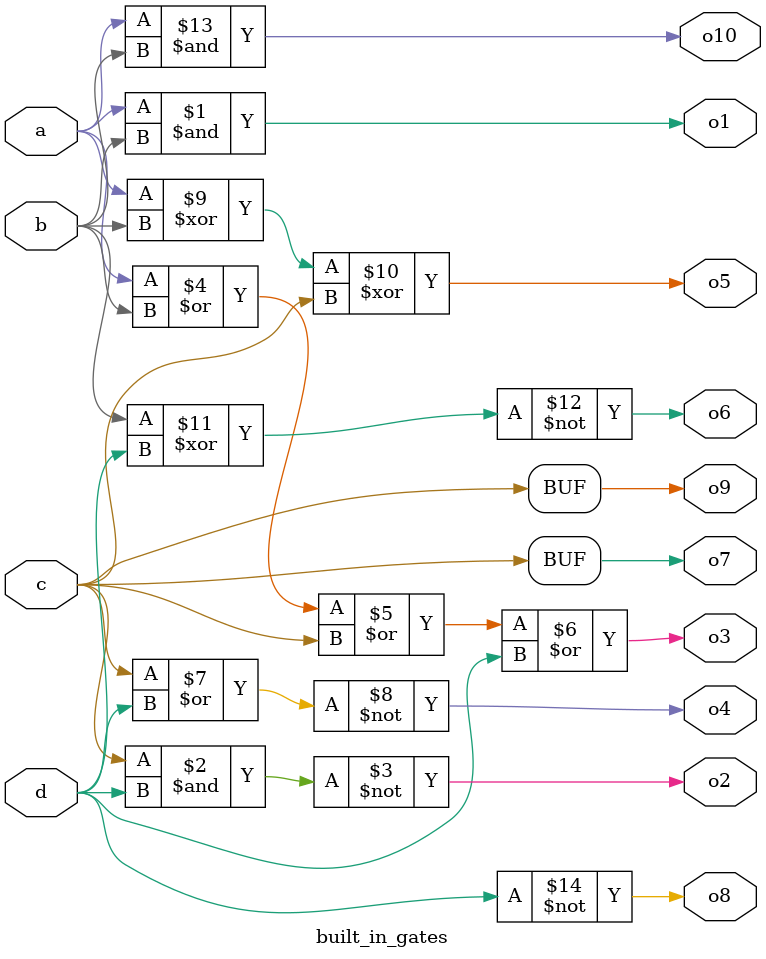
<source format=v>
`timescale 1us/1ns
module built_in_gates(
    input a, b, c, d, // module inputs

    output o1, o2, o3, o4, o5, o6, o7, o8, o9, o10 // module outputs
);
    and and1 (o1, a, b);
    nand nand1 (o2, c, d);
    or or1 (o3, a, b, c, d);
    nor nor1 (o4, c, d);
    xor xor1(o5, a, b, c);
    xnor xnor1(o6, b, d);
    buf buf1(o7, c);
    not not1 (o8, d);

    buf #0.1 buf_dly (o9, c); // this delay requires the timescale
    and #0.2 and_dly (o10, a , b);
    
endmodule


</source>
